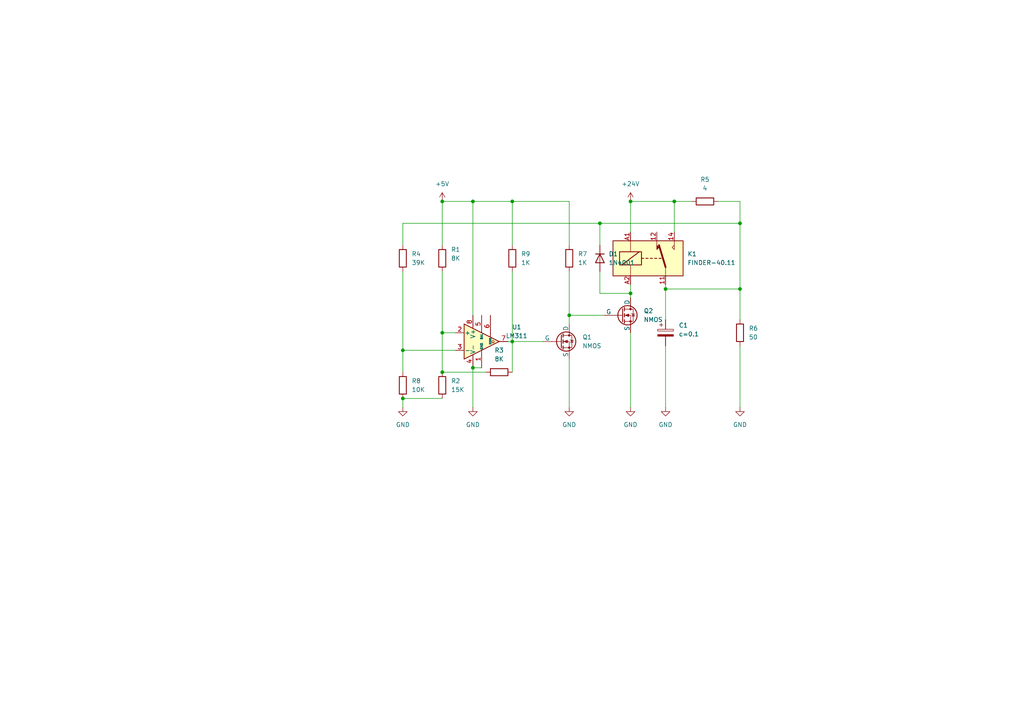
<source format=kicad_sch>
(kicad_sch (version 20230121) (generator eeschema)
  (paper "A4")
  (lib_symbols
    (symbol "Comparator:LM311" (pin_names (offset 0.127))
      (property "Reference" "U" (at 3.81 6.35 0))
      (property "Value" "LM311" (at 3.81 3.81 0))
      (symbol "LM311_0_1"
        (polyline (pts (xy 5.08 0) (xy -5.08 5.08) (xy -5.08 -5.08) (xy 5.08 0)) (stroke (width 0.254)) (fill (type background)))
        (polyline (pts (xy 3.683 -0.381) (xy 3.302 -0.381) (xy 3.683 0) (xy 3.302 0.381) (xy 2.921 0) (xy 3.302 -0.381) (xy 2.921 -0.381)) (stroke (width 0.127)))
      )
      (symbol "LM311_1_1"
        (pin passive line (at 0 -7.62 90) (length 5.08) (name "GND") (number "1"))
        (pin input line (at -7.62 2.54 0) (length 2.54) (name "+") (number "2"))
        (pin input line (at -7.62 -2.54 0) (length 2.54) (name "-") (number "3"))
        (pin power_in line (at -2.54 -7.62 90) (length 3.81) (name "V-") (number "4"))
        (pin input line (at 0 7.62 270) (length 5.08) (name "BAL") (number "5"))
        (pin input line (at 2.54 7.62 270) (length 6.35) (name "STRB") (number "6"))
        (pin open_collector line (at 7.62 0 180) (length 2.54) (name "~") (number "7"))
        (pin power_in line (at -2.54 7.62 270) (length 3.81) (name "V+") (number "8"))
      )
    )
    (symbol "Device:C_Polarized" (pin_numbers hide) (pin_names (offset 0.254))
      (property "Reference" "C" (at 0.635 2.54 0))
      (property "Value" "C_Polarized" (at 0.635 -2.54 0))
      (symbol "C_Polarized_0_1"
        (rectangle (start -2.286 0.508) (end 2.286 1.016))
        (polyline (pts (xy -1.778 2.286) (xy -0.762 2.286)))
        (polyline (pts (xy -1.27 2.794) (xy -1.27 1.778)))
        (rectangle (start 2.286 -0.508) (end -2.286 -1.016) (fill (type outline)))
      )
      (symbol "C_Polarized_1_1"
        (pin passive line (at 0 3.81 270) (length 2.794) (name "~") (number "1"))
        (pin passive line (at 0 -3.81 90) (length 2.794) (name "~") (number "2"))
      )
    )
    (symbol "Device:R" (pin_numbers hide) (pin_names (offset 0))
      (property "Reference" "R" (at 2.032 0 90))
      (property "Value" "R" (at 0 0 90))
      (symbol "R_0_1"
        (rectangle (start -1.016 -2.54) (end 1.016 2.54) (stroke (width 0.254)))
      )
      (symbol "R_1_1"
        (pin passive line (at 0 3.81 270) (length 1.27) (name "~") (number "1"))
        (pin passive line (at 0 -3.81 90) (length 1.27) (name "~") (number "2"))
      )
    )
    (symbol "Diode:1N4001" (pin_numbers hide) (pin_names hide)
      (property "Reference" "D" (at 0 2.54 0))
      (property "Value" "1N4001" (at 0 -2.54 0))
      (symbol "1N4001_0_1"
        (polyline (pts (xy -1.27 1.27) (xy -1.27 -1.27)) (stroke (width 0.254)))
        (polyline (pts (xy 1.27 0) (xy -1.27 0)))
        (polyline (pts (xy 1.27 1.27) (xy 1.27 -1.27) (xy -1.27 0) (xy 1.27 1.27)) (stroke (width 0.254)))
      )
      (symbol "1N4001_1_1"
        (pin passive line (at -3.81 0 0) (length 2.54) (name "K") (number "1"))
        (pin passive line (at 3.81 0 180) (length 2.54) (name "A") (number "2"))
      )
    )
    (symbol "Relay:FINDER-40.11"
      (property "Reference" "K" (at 11.43 3.81 0))
      (property "Value" "FINDER-40.11" (at 11.43 1.27 0))
      (symbol "FINDER-40.11_0_0"
        (polyline (pts (xy 7.62 5.08) (xy 7.62 2.54) (xy 6.985 3.175) (xy 7.62 3.81)))
      )
      (symbol "FINDER-40.11_0_1"
        (rectangle (start -10.16 5.08) (end 10.16 -5.08) (stroke (width 0.254)) (fill (type background)))
        (rectangle (start -8.255 1.905) (end -1.905 -1.905) (stroke (width 0.254)))
        (polyline (pts (xy -7.62 -1.905) (xy -2.54 1.905)) (stroke (width 0.254)))
        (polyline (pts (xy -5.08 -5.08) (xy -5.08 -1.905)))
        (polyline (pts (xy -5.08 5.08) (xy -5.08 1.905)))
        (polyline (pts (xy -1.905 0) (xy -1.27 0)) (stroke (width 0.254)))
        (polyline (pts (xy -0.635 0) (xy 0 0)) (stroke (width 0.254)))
        (polyline (pts (xy 0.635 0) (xy 1.27 0)) (stroke (width 0.254)))
        (polyline (pts (xy 1.905 0) (xy 2.54 0)) (stroke (width 0.254)))
        (polyline (pts (xy 3.175 0) (xy 3.81 0)) (stroke (width 0.254)))
        (polyline (pts (xy 5.08 -2.54) (xy 3.175 3.81)) (stroke (width 0.508)))
        (polyline (pts (xy 5.08 -2.54) (xy 5.08 -5.08)))
        (polyline (pts (xy 2.54 5.08) (xy 2.54 2.54) (xy 3.175 3.175) (xy 2.54 3.81)) (fill (type outline)))
      )
      (symbol "FINDER-40.11_1_1"
        (pin passive line (at 5.08 -7.62 90) (length 2.54) (name "~") (number "11"))
        (pin passive line (at 2.54 7.62 270) (length 2.54) (name "~") (number "12"))
        (pin passive line (at 7.62 7.62 270) (length 2.54) (name "~") (number "14"))
        (pin passive line (at -5.08 7.62 270) (length 2.54) (name "~") (number "A1"))
        (pin passive line (at -5.08 -7.62 90) (length 2.54) (name "~") (number "A2"))
      )
    )
    (symbol "Simulation_SPICE:NMOS" (pin_numbers hide) (pin_names (offset 0))
      (property "Reference" "Q" (at 5.08 1.27 0))
      (property "Value" "NMOS" (at 5.08 -1.27 0))
      (symbol "NMOS_0_1"
        (polyline (pts (xy 0.254 0) (xy -2.54 0)))
        (polyline (pts (xy 0.254 1.905) (xy 0.254 -1.905)) (stroke (width 0.254)))
        (polyline (pts (xy 0.762 -1.27) (xy 0.762 -2.286)) (stroke (width 0.254)))
        (polyline (pts (xy 0.762 0.508) (xy 0.762 -0.508)) (stroke (width 0.254)))
        (polyline (pts (xy 0.762 2.286) (xy 0.762 1.27)) (stroke (width 0.254)))
        (polyline (pts (xy 2.54 2.54) (xy 2.54 1.778)))
        (polyline (pts (xy 2.54 -2.54) (xy 2.54 0) (xy 0.762 0)))
        (polyline (pts (xy 0.762 -1.778) (xy 3.302 -1.778) (xy 3.302 1.778) (xy 0.762 1.778)))
        (polyline (pts (xy 1.016 0) (xy 2.032 0.381) (xy 2.032 -0.381) (xy 1.016 0)) (fill (type outline)))
        (polyline (pts (xy 2.794 0.508) (xy 2.921 0.381) (xy 3.683 0.381) (xy 3.81 0.254)))
        (polyline (pts (xy 3.302 0.381) (xy 2.921 -0.254) (xy 3.683 -0.254) (xy 3.302 0.381)))
        (circle (center 1.651 0) (radius 2.794) (stroke (width 0.254)))
        (circle (center 2.54 -1.778) (radius 0.254) (fill (type outline)))
        (circle (center 2.54 1.778) (radius 0.254) (fill (type outline)))
      )
      (symbol "NMOS_1_1"
        (pin passive line (at 2.54 5.08 270) (length 2.54) (name "D") (number "1"))
        (pin input line (at -5.08 0 0) (length 2.54) (name "G") (number "2"))
        (pin passive line (at 2.54 -5.08 90) (length 2.54) (name "S") (number "3"))
      )
    )
    (symbol "power:+24V" (power) (pin_names (offset 0))
      (property "Value" "+24V" (at 0 3.556 0))
      (symbol "+24V_0_1"
        (polyline (pts (xy -0.762 1.27) (xy 0 2.54)))
        (polyline (pts (xy 0 0) (xy 0 2.54)))
        (polyline (pts (xy 0 2.54) (xy 0.762 1.27)))
      )
      (symbol "+24V_1_1"
        (pin power_in line (at 0 0 90) (length 0) hide (name "+24V") (number "1"))
      )
    )
    (symbol "power:+5V" (power) (pin_names (offset 0))
      (property "Value" "+5V" (at 0 3.556 0))
      (symbol "+5V_0_1"
        (polyline (pts (xy -0.762 1.27) (xy 0 2.54)))
        (polyline (pts (xy 0 0) (xy 0 2.54)))
        (polyline (pts (xy 0 2.54) (xy 0.762 1.27)))
      )
      (symbol "+5V_1_1"
        (pin power_in line (at 0 0 90) (length 0) hide (name "+5V") (number "1"))
      )
    )
    (symbol "power:GND" (power) (pin_names (offset 0))
      (property "Value" "GND" (at 0 -3.81 0))
      (symbol "GND_0_1"
        (polyline (pts (xy 0 0) (xy 0 -1.27) (xy 1.27 -1.27) (xy 0 -2.54) (xy -1.27 -1.27) (xy 0 -1.27)))
      )
      (symbol "GND_1_1"
        (pin power_in line (at 0 0 270) (length 0) hide (name "GND") (number "1"))
      )
    )
  )
  (junction (at 137.16 58.42))
  (junction (at 214.63 64.77))
  (junction (at 214.63 83.82))
  (junction (at 116.84 115.57))
  (junction (at 148.59 58.42))
  (junction (at 128.27 96.52))
  (junction (at 116.84 101.6))
  (junction (at 165.1 91.44))
  (junction (at 128.27 107.95))
  (junction (at 182.88 58.42))
  (junction (at 137.16 106.68))
  (junction (at 195.58 58.42))
  (junction (at 173.99 64.77))
  (junction (at 193.04 83.82))
  (junction (at 128.27 58.42))
  (junction (at 148.59 99.06))
  (junction (at 182.88 85.09))
  (wire (pts (xy 193.04 83.82) (xy 193.04 92.71)))
  (wire (pts (xy 128.27 107.95) (xy 140.97 107.95)))
  (wire (pts (xy 182.88 85.09) (xy 182.88 86.36)))
  (wire (pts (xy 116.84 115.57) (xy 116.84 118.11)))
  (wire (pts (xy 214.63 58.42) (xy 214.63 64.77)))
  (wire (pts (xy 214.63 100.33) (xy 214.63 118.11)))
  (wire (pts (xy 128.27 58.42) (xy 137.16 58.42)))
  (wire (pts (xy 116.84 115.57) (xy 128.27 115.57)))
  (wire (pts (xy 195.58 58.42) (xy 195.58 67.31)))
  (wire (pts (xy 193.04 100.33) (xy 193.04 118.11)))
  (wire (pts (xy 182.88 82.55) (xy 182.88 85.09)))
  (wire (pts (xy 173.99 78.74) (xy 173.99 85.09)))
  (wire (pts (xy 165.1 93.98) (xy 165.1 91.44)))
  (wire (pts (xy 147.32 99.06) (xy 148.59 99.06)))
  (wire (pts (xy 137.16 106.68) (xy 137.16 118.11)))
  (wire (pts (xy 173.99 64.77) (xy 173.99 71.12)))
  (wire (pts (xy 193.04 83.82) (xy 214.63 83.82)))
  (wire (pts (xy 165.1 58.42) (xy 148.59 58.42)))
  (wire (pts (xy 128.27 78.74) (xy 128.27 96.52)))
  (wire (pts (xy 208.28 58.42) (xy 214.63 58.42)))
  (wire (pts (xy 165.1 71.12) (xy 165.1 58.42)))
  (wire (pts (xy 165.1 104.14) (xy 165.1 118.11)))
  (wire (pts (xy 193.04 83.82) (xy 193.04 82.55)))
  (wire (pts (xy 182.88 67.31) (xy 182.88 58.42)))
  (wire (pts (xy 148.59 99.06) (xy 157.48 99.06)))
  (wire (pts (xy 214.63 83.82) (xy 214.63 92.71)))
  (wire (pts (xy 128.27 96.52) (xy 128.27 107.95)))
  (wire (pts (xy 148.59 99.06) (xy 148.59 107.95)))
  (wire (pts (xy 214.63 64.77) (xy 214.63 83.82)))
  (wire (pts (xy 116.84 64.77) (xy 173.99 64.77)))
  (wire (pts (xy 128.27 96.52) (xy 132.08 96.52)))
  (wire (pts (xy 116.84 101.6) (xy 116.84 78.74)))
  (wire (pts (xy 182.88 96.52) (xy 182.88 118.11)))
  (wire (pts (xy 116.84 71.12) (xy 116.84 64.77)))
  (wire (pts (xy 116.84 101.6) (xy 116.84 107.95)))
  (wire (pts (xy 165.1 91.44) (xy 175.26 91.44)))
  (wire (pts (xy 173.99 64.77) (xy 214.63 64.77)))
  (wire (pts (xy 137.16 58.42) (xy 137.16 91.44)))
  (wire (pts (xy 182.88 58.42) (xy 195.58 58.42)))
  (wire (pts (xy 132.08 101.6) (xy 116.84 101.6)))
  (wire (pts (xy 148.59 58.42) (xy 137.16 58.42)))
  (wire (pts (xy 148.59 58.42) (xy 148.59 71.12)))
  (wire (pts (xy 195.58 58.42) (xy 200.66 58.42)))
  (wire (pts (xy 148.59 78.74) (xy 148.59 99.06)))
  (wire (pts (xy 173.99 85.09) (xy 182.88 85.09)))
  (wire (pts (xy 128.27 58.42) (xy 128.27 71.12)))
  (wire (pts (xy 165.1 78.74) (xy 165.1 91.44)))
  (wire (pts (xy 137.16 106.68) (xy 139.7 106.68)))
  (symbol (lib_id "power:GND") (at 137.16 118.11 0) (unit 1)
    (property "Reference" "#PWR07" (effects hide))
    (property "Value" "GND" (at 137.16 123.19 0))
  )
  (symbol (lib_id "Device:R") (at 148.59 74.93 0) (unit 1)
    (property "Reference" "R9" (at 151.13 73.66 0) (effects (justify left)))
    (property "Value" "1K" (at 151.13 76.2 0) (effects (justify left)))
  )
  (symbol (lib_id "power:+24V") (at 182.88 58.42 0) (unit 1)
    (property "Reference" "#PWR03" (effects hide))
    (property "Value" "+24V" (at 182.88 53.34 0))
  )
  (symbol (lib_id "Device:R") (at 204.47 58.42 90) (unit 1)
    (property "Reference" "R5" (at 204.47 52.07 90))
    (property "Value" "4" (at 204.47 54.61 90))
  )
  (symbol (lib_id "Device:C_Polarized") (at 193.04 96.52 0) (unit 1)
    (property "Reference" "C1" (at 196.85 94.361 0) (effects (justify left)))
    (property "Value" "${SIM.PARAMS}" (at 196.85 96.901 0) (effects (justify left)))
    (property "Sim.Device" "C" (effects hide))
    (property "Sim.Type" "=" (effects hide))
    (property "Sim.Params" "c=0.1" (effects hide))
    (property "Sim.Pins" "1=+ 2=-" (effects hide))
  )
  (symbol (lib_id "Device:R") (at 128.27 74.93 0) (unit 1)
    (property "Reference" "R1" (at 130.81 72.39 0) (effects (justify left)))
    (property "Value" "8K" (at 130.81 74.93 0) (effects (justify left)))
  )
  (symbol (lib_id "Device:R") (at 116.84 111.76 0) (unit 1)
    (property "Reference" "R8" (at 119.38 110.49 0) (effects (justify left)))
    (property "Value" "10K" (at 119.38 113.03 0) (effects (justify left)))
  )
  (symbol (lib_id "power:+5V") (at 128.27 58.42 0) (unit 1)
    (property "Reference" "#PWR02" (effects hide))
    (property "Value" "+5V" (at 128.27 53.34 0))
  )
  (symbol (lib_id "Device:R") (at 116.84 74.93 0) (unit 1)
    (property "Reference" "R4" (at 119.38 73.66 0) (effects (justify left)))
    (property "Value" "39K" (at 119.38 76.2 0) (effects (justify left)))
  )
  (symbol (lib_id "Device:R") (at 214.63 96.52 0) (unit 1)
    (property "Reference" "R6" (at 217.17 95.25 0) (effects (justify left)))
    (property "Value" "50" (at 217.17 97.79 0) (effects (justify left)))
  )
  (symbol (lib_id "Simulation_SPICE:NMOS") (at 180.34 91.44 0) (unit 1)
    (property "Reference" "Q2" (at 186.69 90.17 0) (effects (justify left)))
    (property "Value" "NMOS" (at 186.69 92.71 0) (effects (justify left)))
    (property "Datasheet" "https://ngspice.sourceforge.io/docs/ngspice-manual.pdf" (effects hide))
    (property "Sim.Device" "NMOS" (effects hide))
    (property "Sim.Type" "VDMOS" (effects hide))
    (property "Sim.Pins" "1=D 2=G 3=S" (effects hide))
  )
  (symbol (lib_id "Simulation_SPICE:NMOS") (at 162.56 99.06 0) (unit 1)
    (property "Reference" "Q1" (at 168.91 97.79 0) (effects (justify left)))
    (property "Value" "NMOS" (at 168.91 100.33 0) (effects (justify left)))
    (property "Datasheet" "https://ngspice.sourceforge.io/docs/ngspice-manual.pdf" (effects hide))
    (property "Sim.Device" "NMOS" (effects hide))
    (property "Sim.Type" "VDMOS" (effects hide))
    (property "Sim.Pins" "1=D 2=G 3=S" (effects hide))
  )
  (symbol (lib_id "power:GND") (at 193.04 118.11 0) (unit 1)
    (property "Reference" "#PWR08" (effects hide))
    (property "Value" "GND" (at 193.04 123.19 0))
  )
  (symbol (lib_id "Comparator:LM311") (at 139.7 99.06 0) (unit 1)
    (property "Reference" "U1" (at 149.86 94.8691 0))
    (property "Value" "LM311" (at 149.86 97.4091 0))
    (property "Datasheet" "https://www.st.com/resource/en/datasheet/lm311.pdf" (effects hide))
    (property "Sim.Library" "/home/bergm006/kicad/simulation-models/slcm011a/lm311.lib" (effects hide))
    (property "Sim.Name" "LM311" (effects hide))
    (property "Sim.Device" "SUBCKT" (effects hide))
    (property "Sim.Pins" "1=IN+ 2=IN- 3=VCC+ 4=VCC- 5=STROB 6=COL_OUT 7=EMIT_OUT" (effects hide))
  )
  (symbol (lib_id "Device:R") (at 128.27 111.76 180) (unit 1)
    (property "Reference" "R2" (at 130.81 110.49 0) (effects (justify right)))
    (property "Value" "15K" (at 130.81 113.03 0) (effects (justify right)))
  )
  (symbol (lib_id "Device:R") (at 144.78 107.95 90) (unit 1)
    (property "Reference" "R3" (at 144.78 101.6 90))
    (property "Value" "8K" (at 144.78 104.14 90))
  )
  (symbol (lib_id "Diode:1N4001") (at 173.99 74.93 270) (unit 1)
    (property "Reference" "D1" (at 176.53 73.66 90) (effects (justify left)))
    (property "Value" "1N4001" (at 176.53 76.2 90) (effects (justify left)))
    (property "Footprint" "Diode_THT:D_DO-41_SOD81_P10.16mm_Horizontal" (effects hide))
    (property "Datasheet" "http://www.vishay.com/docs/88503/1n4001.pdf" (effects hide))
    (property "Sim.Device" "D" (effects hide))
    (property "Sim.Pins" "1=K 2=A" (effects hide))
  )
  (symbol (lib_id "Device:R") (at 165.1 74.93 0) (unit 1)
    (property "Reference" "R7" (at 167.64 73.66 0) (effects (justify left)))
    (property "Value" "1K" (at 167.64 76.2 0) (effects (justify left)))
  )
  (symbol (lib_id "power:GND") (at 182.88 118.11 0) (unit 1)
    (property "Reference" "#PWR013" (effects hide))
    (property "Value" "GND" (at 182.88 123.19 0))
  )
  (symbol (lib_id "power:GND") (at 214.63 118.11 0) (unit 1)
    (property "Reference" "#PWR09" (effects hide))
    (property "Value" "GND" (at 214.63 123.19 0))
  )
  (symbol (lib_id "power:GND") (at 116.84 118.11 0) (unit 1)
    (property "Reference" "#PWR06" (effects hide))
    (property "Value" "GND" (at 116.84 123.19 0))
  )
  (symbol (lib_id "Relay:FINDER-40.11") (at 187.96 74.93 0) (unit 1)
    (property "Reference" "K1" (at 199.39 73.66 0) (effects (justify left)))
    (property "Value" "FINDER-40.11" (at 199.39 76.2 0) (effects (justify left)))
    (property "Footprint" "Relay_THT:Relay_SPDT_Finder_40.11" (effects hide))
    (property "Datasheet" "https://www.finder-relais.net/de/finder-relais-serie-40.pdf" (effects hide))
  )
  (symbol (lib_id "power:GND") (at 165.1 118.11 0) (unit 1)
    (property "Reference" "#PWR01" (effects hide))
    (property "Value" "GND" (at 165.1 123.19 0))
  )
)
</source>
